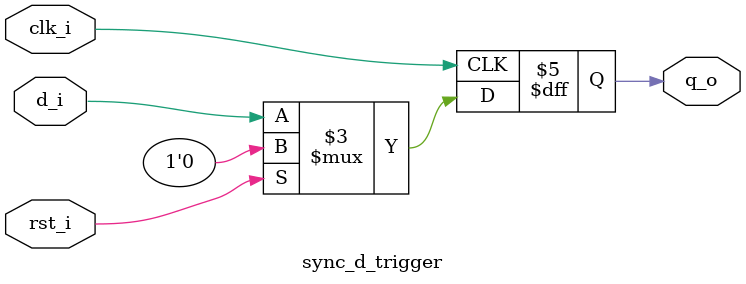
<source format=sv>
module sync_d_trigger (
    input  logic clk_i,
    input  logic rst_i,
    input  logic d_i,

    output logic q_o
);

  always_ff @(posedge clk_i)
   begin
     if (rst_i)
       q_o <= 1'b0;
     else
       q_o <= d_i;
    end

endmodule

</source>
